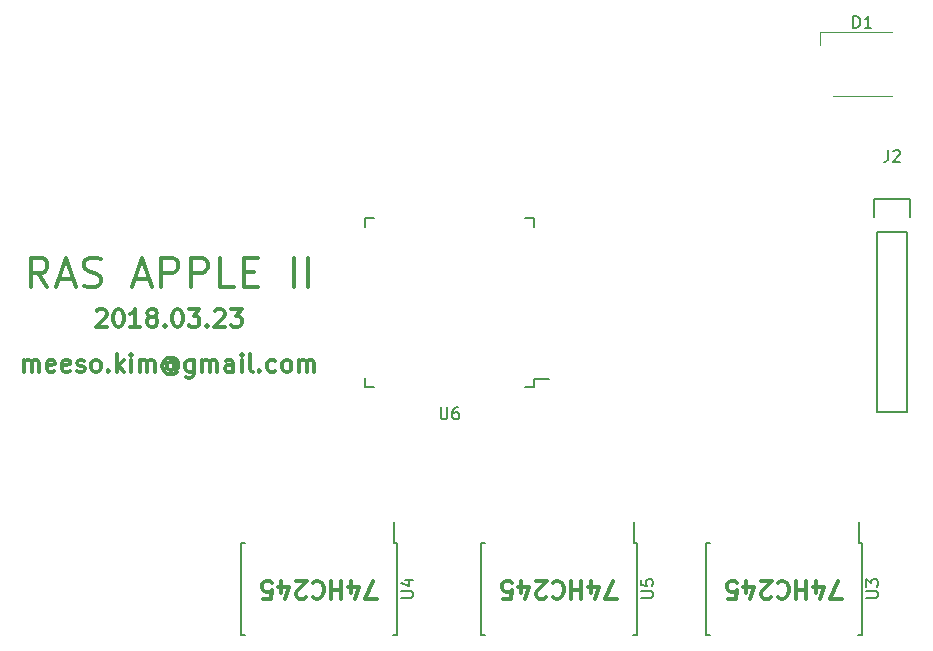
<source format=gbr>
G04 #@! TF.FileFunction,Legend,Top*
%FSLAX46Y46*%
G04 Gerber Fmt 4.6, Leading zero omitted, Abs format (unit mm)*
G04 Created by KiCad (PCBNEW 4.0.7) date 03/23/18 01:44:06*
%MOMM*%
%LPD*%
G01*
G04 APERTURE LIST*
%ADD10C,0.100000*%
%ADD11C,0.300000*%
%ADD12C,0.150000*%
%ADD13C,0.120000*%
G04 APERTURE END LIST*
D10*
D11*
X107094286Y-99738571D02*
X107094286Y-98738571D01*
X107094286Y-98881429D02*
X107165714Y-98810000D01*
X107308572Y-98738571D01*
X107522857Y-98738571D01*
X107665714Y-98810000D01*
X107737143Y-98952857D01*
X107737143Y-99738571D01*
X107737143Y-98952857D02*
X107808572Y-98810000D01*
X107951429Y-98738571D01*
X108165714Y-98738571D01*
X108308572Y-98810000D01*
X108380000Y-98952857D01*
X108380000Y-99738571D01*
X109665714Y-99667143D02*
X109522857Y-99738571D01*
X109237143Y-99738571D01*
X109094286Y-99667143D01*
X109022857Y-99524286D01*
X109022857Y-98952857D01*
X109094286Y-98810000D01*
X109237143Y-98738571D01*
X109522857Y-98738571D01*
X109665714Y-98810000D01*
X109737143Y-98952857D01*
X109737143Y-99095714D01*
X109022857Y-99238571D01*
X110951428Y-99667143D02*
X110808571Y-99738571D01*
X110522857Y-99738571D01*
X110380000Y-99667143D01*
X110308571Y-99524286D01*
X110308571Y-98952857D01*
X110380000Y-98810000D01*
X110522857Y-98738571D01*
X110808571Y-98738571D01*
X110951428Y-98810000D01*
X111022857Y-98952857D01*
X111022857Y-99095714D01*
X110308571Y-99238571D01*
X111594285Y-99667143D02*
X111737142Y-99738571D01*
X112022857Y-99738571D01*
X112165714Y-99667143D01*
X112237142Y-99524286D01*
X112237142Y-99452857D01*
X112165714Y-99310000D01*
X112022857Y-99238571D01*
X111808571Y-99238571D01*
X111665714Y-99167143D01*
X111594285Y-99024286D01*
X111594285Y-98952857D01*
X111665714Y-98810000D01*
X111808571Y-98738571D01*
X112022857Y-98738571D01*
X112165714Y-98810000D01*
X113094286Y-99738571D02*
X112951428Y-99667143D01*
X112880000Y-99595714D01*
X112808571Y-99452857D01*
X112808571Y-99024286D01*
X112880000Y-98881429D01*
X112951428Y-98810000D01*
X113094286Y-98738571D01*
X113308571Y-98738571D01*
X113451428Y-98810000D01*
X113522857Y-98881429D01*
X113594286Y-99024286D01*
X113594286Y-99452857D01*
X113522857Y-99595714D01*
X113451428Y-99667143D01*
X113308571Y-99738571D01*
X113094286Y-99738571D01*
X114237143Y-99595714D02*
X114308571Y-99667143D01*
X114237143Y-99738571D01*
X114165714Y-99667143D01*
X114237143Y-99595714D01*
X114237143Y-99738571D01*
X114951429Y-99738571D02*
X114951429Y-98238571D01*
X115094286Y-99167143D02*
X115522857Y-99738571D01*
X115522857Y-98738571D02*
X114951429Y-99310000D01*
X116165715Y-99738571D02*
X116165715Y-98738571D01*
X116165715Y-98238571D02*
X116094286Y-98310000D01*
X116165715Y-98381429D01*
X116237143Y-98310000D01*
X116165715Y-98238571D01*
X116165715Y-98381429D01*
X116880001Y-99738571D02*
X116880001Y-98738571D01*
X116880001Y-98881429D02*
X116951429Y-98810000D01*
X117094287Y-98738571D01*
X117308572Y-98738571D01*
X117451429Y-98810000D01*
X117522858Y-98952857D01*
X117522858Y-99738571D01*
X117522858Y-98952857D02*
X117594287Y-98810000D01*
X117737144Y-98738571D01*
X117951429Y-98738571D01*
X118094287Y-98810000D01*
X118165715Y-98952857D01*
X118165715Y-99738571D01*
X119808572Y-99024286D02*
X119737144Y-98952857D01*
X119594287Y-98881429D01*
X119451429Y-98881429D01*
X119308572Y-98952857D01*
X119237144Y-99024286D01*
X119165715Y-99167143D01*
X119165715Y-99310000D01*
X119237144Y-99452857D01*
X119308572Y-99524286D01*
X119451429Y-99595714D01*
X119594287Y-99595714D01*
X119737144Y-99524286D01*
X119808572Y-99452857D01*
X119808572Y-98881429D02*
X119808572Y-99452857D01*
X119880001Y-99524286D01*
X119951429Y-99524286D01*
X120094287Y-99452857D01*
X120165715Y-99310000D01*
X120165715Y-98952857D01*
X120022858Y-98738571D01*
X119808572Y-98595714D01*
X119522858Y-98524286D01*
X119237144Y-98595714D01*
X119022858Y-98738571D01*
X118880001Y-98952857D01*
X118808572Y-99238571D01*
X118880001Y-99524286D01*
X119022858Y-99738571D01*
X119237144Y-99881429D01*
X119522858Y-99952857D01*
X119808572Y-99881429D01*
X120022858Y-99738571D01*
X121451429Y-98738571D02*
X121451429Y-99952857D01*
X121380000Y-100095714D01*
X121308572Y-100167143D01*
X121165715Y-100238571D01*
X120951429Y-100238571D01*
X120808572Y-100167143D01*
X121451429Y-99667143D02*
X121308572Y-99738571D01*
X121022858Y-99738571D01*
X120880000Y-99667143D01*
X120808572Y-99595714D01*
X120737143Y-99452857D01*
X120737143Y-99024286D01*
X120808572Y-98881429D01*
X120880000Y-98810000D01*
X121022858Y-98738571D01*
X121308572Y-98738571D01*
X121451429Y-98810000D01*
X122165715Y-99738571D02*
X122165715Y-98738571D01*
X122165715Y-98881429D02*
X122237143Y-98810000D01*
X122380001Y-98738571D01*
X122594286Y-98738571D01*
X122737143Y-98810000D01*
X122808572Y-98952857D01*
X122808572Y-99738571D01*
X122808572Y-98952857D02*
X122880001Y-98810000D01*
X123022858Y-98738571D01*
X123237143Y-98738571D01*
X123380001Y-98810000D01*
X123451429Y-98952857D01*
X123451429Y-99738571D01*
X124808572Y-99738571D02*
X124808572Y-98952857D01*
X124737143Y-98810000D01*
X124594286Y-98738571D01*
X124308572Y-98738571D01*
X124165715Y-98810000D01*
X124808572Y-99667143D02*
X124665715Y-99738571D01*
X124308572Y-99738571D01*
X124165715Y-99667143D01*
X124094286Y-99524286D01*
X124094286Y-99381429D01*
X124165715Y-99238571D01*
X124308572Y-99167143D01*
X124665715Y-99167143D01*
X124808572Y-99095714D01*
X125522858Y-99738571D02*
X125522858Y-98738571D01*
X125522858Y-98238571D02*
X125451429Y-98310000D01*
X125522858Y-98381429D01*
X125594286Y-98310000D01*
X125522858Y-98238571D01*
X125522858Y-98381429D01*
X126451430Y-99738571D02*
X126308572Y-99667143D01*
X126237144Y-99524286D01*
X126237144Y-98238571D01*
X127022858Y-99595714D02*
X127094286Y-99667143D01*
X127022858Y-99738571D01*
X126951429Y-99667143D01*
X127022858Y-99595714D01*
X127022858Y-99738571D01*
X128380001Y-99667143D02*
X128237144Y-99738571D01*
X127951430Y-99738571D01*
X127808572Y-99667143D01*
X127737144Y-99595714D01*
X127665715Y-99452857D01*
X127665715Y-99024286D01*
X127737144Y-98881429D01*
X127808572Y-98810000D01*
X127951430Y-98738571D01*
X128237144Y-98738571D01*
X128380001Y-98810000D01*
X129237144Y-99738571D02*
X129094286Y-99667143D01*
X129022858Y-99595714D01*
X128951429Y-99452857D01*
X128951429Y-99024286D01*
X129022858Y-98881429D01*
X129094286Y-98810000D01*
X129237144Y-98738571D01*
X129451429Y-98738571D01*
X129594286Y-98810000D01*
X129665715Y-98881429D01*
X129737144Y-99024286D01*
X129737144Y-99452857D01*
X129665715Y-99595714D01*
X129594286Y-99667143D01*
X129451429Y-99738571D01*
X129237144Y-99738571D01*
X130380001Y-99738571D02*
X130380001Y-98738571D01*
X130380001Y-98881429D02*
X130451429Y-98810000D01*
X130594287Y-98738571D01*
X130808572Y-98738571D01*
X130951429Y-98810000D01*
X131022858Y-98952857D01*
X131022858Y-99738571D01*
X131022858Y-98952857D02*
X131094287Y-98810000D01*
X131237144Y-98738571D01*
X131451429Y-98738571D01*
X131594287Y-98810000D01*
X131665715Y-98952857D01*
X131665715Y-99738571D01*
X113237144Y-94571429D02*
X113308573Y-94500000D01*
X113451430Y-94428571D01*
X113808573Y-94428571D01*
X113951430Y-94500000D01*
X114022859Y-94571429D01*
X114094287Y-94714286D01*
X114094287Y-94857143D01*
X114022859Y-95071429D01*
X113165716Y-95928571D01*
X114094287Y-95928571D01*
X115022858Y-94428571D02*
X115165715Y-94428571D01*
X115308572Y-94500000D01*
X115380001Y-94571429D01*
X115451430Y-94714286D01*
X115522858Y-95000000D01*
X115522858Y-95357143D01*
X115451430Y-95642857D01*
X115380001Y-95785714D01*
X115308572Y-95857143D01*
X115165715Y-95928571D01*
X115022858Y-95928571D01*
X114880001Y-95857143D01*
X114808572Y-95785714D01*
X114737144Y-95642857D01*
X114665715Y-95357143D01*
X114665715Y-95000000D01*
X114737144Y-94714286D01*
X114808572Y-94571429D01*
X114880001Y-94500000D01*
X115022858Y-94428571D01*
X116951429Y-95928571D02*
X116094286Y-95928571D01*
X116522858Y-95928571D02*
X116522858Y-94428571D01*
X116380001Y-94642857D01*
X116237143Y-94785714D01*
X116094286Y-94857143D01*
X117808572Y-95071429D02*
X117665714Y-95000000D01*
X117594286Y-94928571D01*
X117522857Y-94785714D01*
X117522857Y-94714286D01*
X117594286Y-94571429D01*
X117665714Y-94500000D01*
X117808572Y-94428571D01*
X118094286Y-94428571D01*
X118237143Y-94500000D01*
X118308572Y-94571429D01*
X118380000Y-94714286D01*
X118380000Y-94785714D01*
X118308572Y-94928571D01*
X118237143Y-95000000D01*
X118094286Y-95071429D01*
X117808572Y-95071429D01*
X117665714Y-95142857D01*
X117594286Y-95214286D01*
X117522857Y-95357143D01*
X117522857Y-95642857D01*
X117594286Y-95785714D01*
X117665714Y-95857143D01*
X117808572Y-95928571D01*
X118094286Y-95928571D01*
X118237143Y-95857143D01*
X118308572Y-95785714D01*
X118380000Y-95642857D01*
X118380000Y-95357143D01*
X118308572Y-95214286D01*
X118237143Y-95142857D01*
X118094286Y-95071429D01*
X119022857Y-95785714D02*
X119094285Y-95857143D01*
X119022857Y-95928571D01*
X118951428Y-95857143D01*
X119022857Y-95785714D01*
X119022857Y-95928571D01*
X120022857Y-94428571D02*
X120165714Y-94428571D01*
X120308571Y-94500000D01*
X120380000Y-94571429D01*
X120451429Y-94714286D01*
X120522857Y-95000000D01*
X120522857Y-95357143D01*
X120451429Y-95642857D01*
X120380000Y-95785714D01*
X120308571Y-95857143D01*
X120165714Y-95928571D01*
X120022857Y-95928571D01*
X119880000Y-95857143D01*
X119808571Y-95785714D01*
X119737143Y-95642857D01*
X119665714Y-95357143D01*
X119665714Y-95000000D01*
X119737143Y-94714286D01*
X119808571Y-94571429D01*
X119880000Y-94500000D01*
X120022857Y-94428571D01*
X121022857Y-94428571D02*
X121951428Y-94428571D01*
X121451428Y-95000000D01*
X121665714Y-95000000D01*
X121808571Y-95071429D01*
X121880000Y-95142857D01*
X121951428Y-95285714D01*
X121951428Y-95642857D01*
X121880000Y-95785714D01*
X121808571Y-95857143D01*
X121665714Y-95928571D01*
X121237142Y-95928571D01*
X121094285Y-95857143D01*
X121022857Y-95785714D01*
X122594285Y-95785714D02*
X122665713Y-95857143D01*
X122594285Y-95928571D01*
X122522856Y-95857143D01*
X122594285Y-95785714D01*
X122594285Y-95928571D01*
X123237142Y-94571429D02*
X123308571Y-94500000D01*
X123451428Y-94428571D01*
X123808571Y-94428571D01*
X123951428Y-94500000D01*
X124022857Y-94571429D01*
X124094285Y-94714286D01*
X124094285Y-94857143D01*
X124022857Y-95071429D01*
X123165714Y-95928571D01*
X124094285Y-95928571D01*
X124594285Y-94428571D02*
X125522856Y-94428571D01*
X125022856Y-95000000D01*
X125237142Y-95000000D01*
X125379999Y-95071429D01*
X125451428Y-95142857D01*
X125522856Y-95285714D01*
X125522856Y-95642857D01*
X125451428Y-95785714D01*
X125379999Y-95857143D01*
X125237142Y-95928571D01*
X124808570Y-95928571D01*
X124665713Y-95857143D01*
X124594285Y-95785714D01*
X136972856Y-118931429D02*
X135972856Y-118931429D01*
X136615713Y-117431429D01*
X134758571Y-118431429D02*
X134758571Y-117431429D01*
X135115714Y-119002857D02*
X135472857Y-117931429D01*
X134544285Y-117931429D01*
X133972857Y-117431429D02*
X133972857Y-118931429D01*
X133972857Y-118217143D02*
X133115714Y-118217143D01*
X133115714Y-117431429D02*
X133115714Y-118931429D01*
X131544285Y-117574286D02*
X131615714Y-117502857D01*
X131830000Y-117431429D01*
X131972857Y-117431429D01*
X132187142Y-117502857D01*
X132330000Y-117645714D01*
X132401428Y-117788571D01*
X132472857Y-118074286D01*
X132472857Y-118288571D01*
X132401428Y-118574286D01*
X132330000Y-118717143D01*
X132187142Y-118860000D01*
X131972857Y-118931429D01*
X131830000Y-118931429D01*
X131615714Y-118860000D01*
X131544285Y-118788571D01*
X130972857Y-118788571D02*
X130901428Y-118860000D01*
X130758571Y-118931429D01*
X130401428Y-118931429D01*
X130258571Y-118860000D01*
X130187142Y-118788571D01*
X130115714Y-118645714D01*
X130115714Y-118502857D01*
X130187142Y-118288571D01*
X131044285Y-117431429D01*
X130115714Y-117431429D01*
X128830000Y-118431429D02*
X128830000Y-117431429D01*
X129187143Y-119002857D02*
X129544286Y-117931429D01*
X128615714Y-117931429D01*
X127330000Y-118931429D02*
X128044286Y-118931429D01*
X128115715Y-118217143D01*
X128044286Y-118288571D01*
X127901429Y-118360000D01*
X127544286Y-118360000D01*
X127401429Y-118288571D01*
X127330000Y-118217143D01*
X127258572Y-118074286D01*
X127258572Y-117717143D01*
X127330000Y-117574286D01*
X127401429Y-117502857D01*
X127544286Y-117431429D01*
X127901429Y-117431429D01*
X128044286Y-117502857D01*
X128115715Y-117574286D01*
X157292856Y-118931429D02*
X156292856Y-118931429D01*
X156935713Y-117431429D01*
X155078571Y-118431429D02*
X155078571Y-117431429D01*
X155435714Y-119002857D02*
X155792857Y-117931429D01*
X154864285Y-117931429D01*
X154292857Y-117431429D02*
X154292857Y-118931429D01*
X154292857Y-118217143D02*
X153435714Y-118217143D01*
X153435714Y-117431429D02*
X153435714Y-118931429D01*
X151864285Y-117574286D02*
X151935714Y-117502857D01*
X152150000Y-117431429D01*
X152292857Y-117431429D01*
X152507142Y-117502857D01*
X152650000Y-117645714D01*
X152721428Y-117788571D01*
X152792857Y-118074286D01*
X152792857Y-118288571D01*
X152721428Y-118574286D01*
X152650000Y-118717143D01*
X152507142Y-118860000D01*
X152292857Y-118931429D01*
X152150000Y-118931429D01*
X151935714Y-118860000D01*
X151864285Y-118788571D01*
X151292857Y-118788571D02*
X151221428Y-118860000D01*
X151078571Y-118931429D01*
X150721428Y-118931429D01*
X150578571Y-118860000D01*
X150507142Y-118788571D01*
X150435714Y-118645714D01*
X150435714Y-118502857D01*
X150507142Y-118288571D01*
X151364285Y-117431429D01*
X150435714Y-117431429D01*
X149150000Y-118431429D02*
X149150000Y-117431429D01*
X149507143Y-119002857D02*
X149864286Y-117931429D01*
X148935714Y-117931429D01*
X147650000Y-118931429D02*
X148364286Y-118931429D01*
X148435715Y-118217143D01*
X148364286Y-118288571D01*
X148221429Y-118360000D01*
X147864286Y-118360000D01*
X147721429Y-118288571D01*
X147650000Y-118217143D01*
X147578572Y-118074286D01*
X147578572Y-117717143D01*
X147650000Y-117574286D01*
X147721429Y-117502857D01*
X147864286Y-117431429D01*
X148221429Y-117431429D01*
X148364286Y-117502857D01*
X148435715Y-117574286D01*
X176342856Y-118931429D02*
X175342856Y-118931429D01*
X175985713Y-117431429D01*
X174128571Y-118431429D02*
X174128571Y-117431429D01*
X174485714Y-119002857D02*
X174842857Y-117931429D01*
X173914285Y-117931429D01*
X173342857Y-117431429D02*
X173342857Y-118931429D01*
X173342857Y-118217143D02*
X172485714Y-118217143D01*
X172485714Y-117431429D02*
X172485714Y-118931429D01*
X170914285Y-117574286D02*
X170985714Y-117502857D01*
X171200000Y-117431429D01*
X171342857Y-117431429D01*
X171557142Y-117502857D01*
X171700000Y-117645714D01*
X171771428Y-117788571D01*
X171842857Y-118074286D01*
X171842857Y-118288571D01*
X171771428Y-118574286D01*
X171700000Y-118717143D01*
X171557142Y-118860000D01*
X171342857Y-118931429D01*
X171200000Y-118931429D01*
X170985714Y-118860000D01*
X170914285Y-118788571D01*
X170342857Y-118788571D02*
X170271428Y-118860000D01*
X170128571Y-118931429D01*
X169771428Y-118931429D01*
X169628571Y-118860000D01*
X169557142Y-118788571D01*
X169485714Y-118645714D01*
X169485714Y-118502857D01*
X169557142Y-118288571D01*
X170414285Y-117431429D01*
X169485714Y-117431429D01*
X168200000Y-118431429D02*
X168200000Y-117431429D01*
X168557143Y-119002857D02*
X168914286Y-117931429D01*
X167985714Y-117931429D01*
X166700000Y-118931429D02*
X167414286Y-118931429D01*
X167485715Y-118217143D01*
X167414286Y-118288571D01*
X167271429Y-118360000D01*
X166914286Y-118360000D01*
X166771429Y-118288571D01*
X166700000Y-118217143D01*
X166628572Y-118074286D01*
X166628572Y-117717143D01*
X166700000Y-117574286D01*
X166771429Y-117502857D01*
X166914286Y-117431429D01*
X167271429Y-117431429D01*
X167414286Y-117502857D01*
X167485715Y-117574286D01*
X109082382Y-92570952D02*
X108249048Y-91380476D01*
X107653810Y-92570952D02*
X107653810Y-90070952D01*
X108606191Y-90070952D01*
X108844286Y-90190000D01*
X108963334Y-90309048D01*
X109082382Y-90547143D01*
X109082382Y-90904286D01*
X108963334Y-91142381D01*
X108844286Y-91261429D01*
X108606191Y-91380476D01*
X107653810Y-91380476D01*
X110034762Y-91856667D02*
X111225239Y-91856667D01*
X109796667Y-92570952D02*
X110630001Y-90070952D01*
X111463334Y-92570952D01*
X112177619Y-92451905D02*
X112534762Y-92570952D01*
X113130000Y-92570952D01*
X113368096Y-92451905D01*
X113487143Y-92332857D01*
X113606191Y-92094762D01*
X113606191Y-91856667D01*
X113487143Y-91618571D01*
X113368096Y-91499524D01*
X113130000Y-91380476D01*
X112653810Y-91261429D01*
X112415715Y-91142381D01*
X112296667Y-91023333D01*
X112177619Y-90785238D01*
X112177619Y-90547143D01*
X112296667Y-90309048D01*
X112415715Y-90190000D01*
X112653810Y-90070952D01*
X113249048Y-90070952D01*
X113606191Y-90190000D01*
X116463333Y-91856667D02*
X117653810Y-91856667D01*
X116225238Y-92570952D02*
X117058572Y-90070952D01*
X117891905Y-92570952D01*
X118725238Y-92570952D02*
X118725238Y-90070952D01*
X119677619Y-90070952D01*
X119915714Y-90190000D01*
X120034762Y-90309048D01*
X120153810Y-90547143D01*
X120153810Y-90904286D01*
X120034762Y-91142381D01*
X119915714Y-91261429D01*
X119677619Y-91380476D01*
X118725238Y-91380476D01*
X121225238Y-92570952D02*
X121225238Y-90070952D01*
X122177619Y-90070952D01*
X122415714Y-90190000D01*
X122534762Y-90309048D01*
X122653810Y-90547143D01*
X122653810Y-90904286D01*
X122534762Y-91142381D01*
X122415714Y-91261429D01*
X122177619Y-91380476D01*
X121225238Y-91380476D01*
X124915714Y-92570952D02*
X123725238Y-92570952D01*
X123725238Y-90070952D01*
X125749048Y-91261429D02*
X126582381Y-91261429D01*
X126939524Y-92570952D02*
X125749048Y-92570952D01*
X125749048Y-90070952D01*
X126939524Y-90070952D01*
X129915715Y-92570952D02*
X129915715Y-90070952D01*
X131106191Y-92570952D02*
X131106191Y-90070952D01*
D12*
X150304000Y-101028000D02*
X150304000Y-100303000D01*
X135954000Y-101028000D02*
X135954000Y-100228000D01*
X135954000Y-86678000D02*
X135954000Y-87478000D01*
X150304000Y-86678000D02*
X150304000Y-87478000D01*
X150304000Y-101028000D02*
X149504000Y-101028000D01*
X150304000Y-86678000D02*
X149504000Y-86678000D01*
X135954000Y-86678000D02*
X136754000Y-86678000D01*
X135954000Y-101028000D02*
X136754000Y-101028000D01*
X150304000Y-100303000D02*
X151579000Y-100303000D01*
X178025000Y-114235000D02*
X177775000Y-114235000D01*
X178025000Y-121985000D02*
X177690000Y-121985000D01*
X164875000Y-121985000D02*
X165210000Y-121985000D01*
X164875000Y-114235000D02*
X165210000Y-114235000D01*
X178025000Y-114235000D02*
X178025000Y-121985000D01*
X164875000Y-114235000D02*
X164875000Y-121985000D01*
X177775000Y-114235000D02*
X177775000Y-112435000D01*
X138655000Y-114235000D02*
X138405000Y-114235000D01*
X138655000Y-121985000D02*
X138320000Y-121985000D01*
X125505000Y-121985000D02*
X125840000Y-121985000D01*
X125505000Y-114235000D02*
X125840000Y-114235000D01*
X138655000Y-114235000D02*
X138655000Y-121985000D01*
X125505000Y-114235000D02*
X125505000Y-121985000D01*
X138405000Y-114235000D02*
X138405000Y-112435000D01*
X158975000Y-114235000D02*
X158725000Y-114235000D01*
X158975000Y-121985000D02*
X158640000Y-121985000D01*
X145825000Y-121985000D02*
X146160000Y-121985000D01*
X145825000Y-114235000D02*
X146160000Y-114235000D01*
X158975000Y-114235000D02*
X158975000Y-121985000D01*
X145825000Y-114235000D02*
X145825000Y-121985000D01*
X158725000Y-114235000D02*
X158725000Y-112435000D01*
D13*
X174454000Y-70960000D02*
X180554000Y-70960000D01*
X174454000Y-72060000D02*
X174454000Y-70960000D01*
X180554000Y-76360000D02*
X175554000Y-76360000D01*
D12*
X181864000Y-87884000D02*
X181864000Y-103124000D01*
X181864000Y-103124000D02*
X179324000Y-103124000D01*
X179324000Y-103124000D02*
X179324000Y-87884000D01*
X182144000Y-85064000D02*
X182144000Y-86614000D01*
X181864000Y-87884000D02*
X179324000Y-87884000D01*
X179044000Y-86614000D02*
X179044000Y-85064000D01*
X179044000Y-85064000D02*
X182144000Y-85064000D01*
X142367095Y-102755381D02*
X142367095Y-103564905D01*
X142414714Y-103660143D01*
X142462333Y-103707762D01*
X142557571Y-103755381D01*
X142748048Y-103755381D01*
X142843286Y-103707762D01*
X142890905Y-103660143D01*
X142938524Y-103564905D01*
X142938524Y-102755381D01*
X143843286Y-102755381D02*
X143652809Y-102755381D01*
X143557571Y-102803000D01*
X143509952Y-102850619D01*
X143414714Y-102993476D01*
X143367095Y-103183952D01*
X143367095Y-103564905D01*
X143414714Y-103660143D01*
X143462333Y-103707762D01*
X143557571Y-103755381D01*
X143748048Y-103755381D01*
X143843286Y-103707762D01*
X143890905Y-103660143D01*
X143938524Y-103564905D01*
X143938524Y-103326810D01*
X143890905Y-103231571D01*
X143843286Y-103183952D01*
X143748048Y-103136333D01*
X143557571Y-103136333D01*
X143462333Y-103183952D01*
X143414714Y-103231571D01*
X143367095Y-103326810D01*
X178402381Y-118871905D02*
X179211905Y-118871905D01*
X179307143Y-118824286D01*
X179354762Y-118776667D01*
X179402381Y-118681429D01*
X179402381Y-118490952D01*
X179354762Y-118395714D01*
X179307143Y-118348095D01*
X179211905Y-118300476D01*
X178402381Y-118300476D01*
X178402381Y-117919524D02*
X178402381Y-117300476D01*
X178783333Y-117633810D01*
X178783333Y-117490952D01*
X178830952Y-117395714D01*
X178878571Y-117348095D01*
X178973810Y-117300476D01*
X179211905Y-117300476D01*
X179307143Y-117348095D01*
X179354762Y-117395714D01*
X179402381Y-117490952D01*
X179402381Y-117776667D01*
X179354762Y-117871905D01*
X179307143Y-117919524D01*
X139032381Y-118871905D02*
X139841905Y-118871905D01*
X139937143Y-118824286D01*
X139984762Y-118776667D01*
X140032381Y-118681429D01*
X140032381Y-118490952D01*
X139984762Y-118395714D01*
X139937143Y-118348095D01*
X139841905Y-118300476D01*
X139032381Y-118300476D01*
X139365714Y-117395714D02*
X140032381Y-117395714D01*
X138984762Y-117633810D02*
X139699048Y-117871905D01*
X139699048Y-117252857D01*
X159352381Y-118871905D02*
X160161905Y-118871905D01*
X160257143Y-118824286D01*
X160304762Y-118776667D01*
X160352381Y-118681429D01*
X160352381Y-118490952D01*
X160304762Y-118395714D01*
X160257143Y-118348095D01*
X160161905Y-118300476D01*
X159352381Y-118300476D01*
X159352381Y-117348095D02*
X159352381Y-117824286D01*
X159828571Y-117871905D01*
X159780952Y-117824286D01*
X159733333Y-117729048D01*
X159733333Y-117490952D01*
X159780952Y-117395714D01*
X159828571Y-117348095D01*
X159923810Y-117300476D01*
X160161905Y-117300476D01*
X160257143Y-117348095D01*
X160304762Y-117395714D01*
X160352381Y-117490952D01*
X160352381Y-117729048D01*
X160304762Y-117824286D01*
X160257143Y-117871905D01*
X177315905Y-70612381D02*
X177315905Y-69612381D01*
X177554000Y-69612381D01*
X177696858Y-69660000D01*
X177792096Y-69755238D01*
X177839715Y-69850476D01*
X177887334Y-70040952D01*
X177887334Y-70183810D01*
X177839715Y-70374286D01*
X177792096Y-70469524D01*
X177696858Y-70564762D01*
X177554000Y-70612381D01*
X177315905Y-70612381D01*
X178839715Y-70612381D02*
X178268286Y-70612381D01*
X178554000Y-70612381D02*
X178554000Y-69612381D01*
X178458762Y-69755238D01*
X178363524Y-69850476D01*
X178268286Y-69898095D01*
X180260667Y-80966381D02*
X180260667Y-81680667D01*
X180213047Y-81823524D01*
X180117809Y-81918762D01*
X179974952Y-81966381D01*
X179879714Y-81966381D01*
X180689238Y-81061619D02*
X180736857Y-81014000D01*
X180832095Y-80966381D01*
X181070191Y-80966381D01*
X181165429Y-81014000D01*
X181213048Y-81061619D01*
X181260667Y-81156857D01*
X181260667Y-81252095D01*
X181213048Y-81394952D01*
X180641619Y-81966381D01*
X181260667Y-81966381D01*
M02*

</source>
